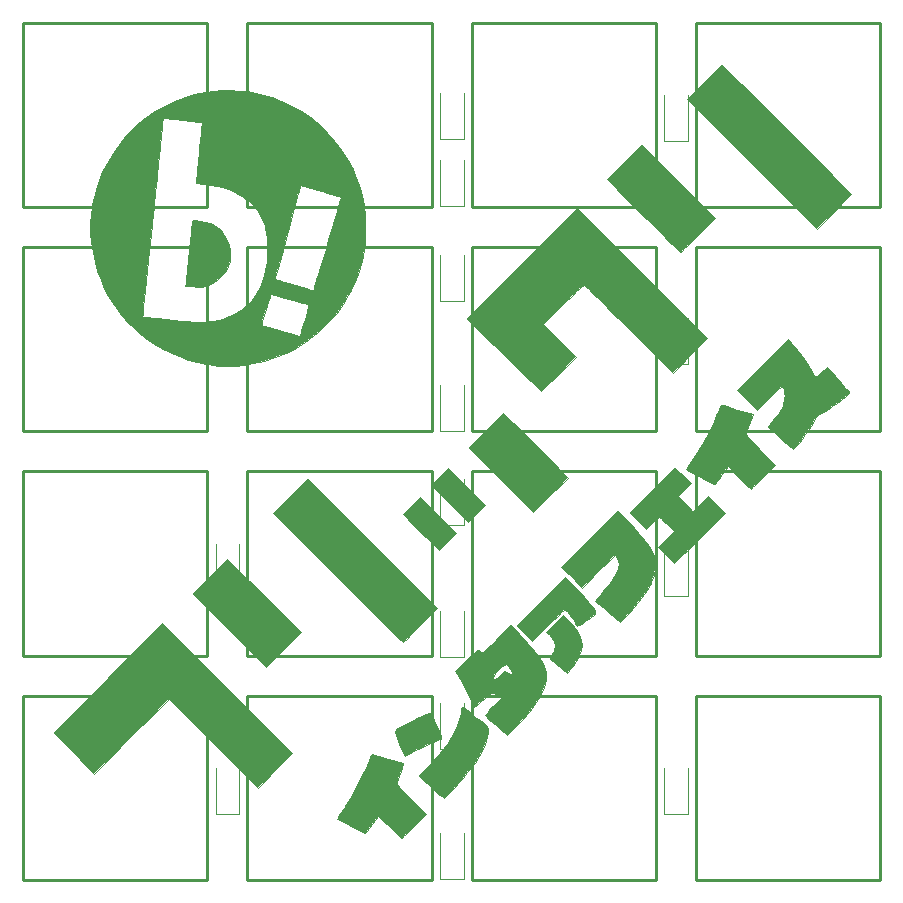
<source format=gbr>
G04 #@! TF.GenerationSoftware,KiCad,Pcbnew,(5.0.0)*
G04 #@! TF.CreationDate,2018-11-06T14:45:03+09:00*
G04 #@! TF.ProjectId,handheld_machine,68616E6468656C645F6D616368696E65,rev?*
G04 #@! TF.SameCoordinates,Original*
G04 #@! TF.FileFunction,Legend,Top*
G04 #@! TF.FilePolarity,Positive*
%FSLAX46Y46*%
G04 Gerber Fmt 4.6, Leading zero omitted, Abs format (unit mm)*
G04 Created by KiCad (PCBNEW (5.0.0)) date 11/06/18 14:45:03*
%MOMM*%
%LPD*%
G01*
G04 APERTURE LIST*
%ADD10C,0.120000*%
%ADD11C,0.254000*%
%ADD12C,0.010000*%
G04 APERTURE END LIST*
D10*
G04 #@! TO.C,D1*
X118000000Y-85750000D02*
X118000000Y-81850000D01*
X120000000Y-85750000D02*
X120000000Y-81850000D01*
X118000000Y-85750000D02*
X120000000Y-85750000D01*
G04 #@! TO.C,D2*
X137000000Y-85600000D02*
X137000000Y-81700000D01*
X139000000Y-85600000D02*
X139000000Y-81700000D01*
X137000000Y-85600000D02*
X139000000Y-85600000D01*
G04 #@! TO.C,D3*
X137000000Y-91250000D02*
X139000000Y-91250000D01*
X139000000Y-91250000D02*
X139000000Y-87350000D01*
X137000000Y-91250000D02*
X137000000Y-87350000D01*
G04 #@! TO.C,D4*
X156000000Y-85750000D02*
X156000000Y-81850000D01*
X158000000Y-85750000D02*
X158000000Y-81850000D01*
X156000000Y-85750000D02*
X158000000Y-85750000D01*
G04 #@! TO.C,D5*
X118000000Y-104750000D02*
X120000000Y-104750000D01*
X120000000Y-104750000D02*
X120000000Y-100850000D01*
X118000000Y-104750000D02*
X118000000Y-100850000D01*
G04 #@! TO.C,D6*
X137000000Y-99250000D02*
X137000000Y-95350000D01*
X139000000Y-99250000D02*
X139000000Y-95350000D01*
X137000000Y-99250000D02*
X139000000Y-99250000D01*
G04 #@! TO.C,D7*
X137000000Y-110250000D02*
X139000000Y-110250000D01*
X139000000Y-110250000D02*
X139000000Y-106350000D01*
X137000000Y-110250000D02*
X137000000Y-106350000D01*
G04 #@! TO.C,D8*
X156000000Y-104600000D02*
X156000000Y-100700000D01*
X158000000Y-104600000D02*
X158000000Y-100700000D01*
X156000000Y-104600000D02*
X158000000Y-104600000D01*
G04 #@! TO.C,D9*
X118000000Y-123750000D02*
X120000000Y-123750000D01*
X120000000Y-123750000D02*
X120000000Y-119850000D01*
X118000000Y-123750000D02*
X118000000Y-119850000D01*
G04 #@! TO.C,D10*
X137000000Y-118250000D02*
X137000000Y-114350000D01*
X139000000Y-118250000D02*
X139000000Y-114350000D01*
X137000000Y-118250000D02*
X139000000Y-118250000D01*
G04 #@! TO.C,D11*
X137000000Y-129400000D02*
X139000000Y-129400000D01*
X139000000Y-129400000D02*
X139000000Y-125500000D01*
X137000000Y-129400000D02*
X137000000Y-125500000D01*
G04 #@! TO.C,D12*
X156000000Y-124250000D02*
X158000000Y-124250000D01*
X158000000Y-124250000D02*
X158000000Y-120350000D01*
X156000000Y-124250000D02*
X156000000Y-120350000D01*
G04 #@! TO.C,D13*
X118000000Y-142750000D02*
X120000000Y-142750000D01*
X120000000Y-142750000D02*
X120000000Y-138850000D01*
X118000000Y-142750000D02*
X118000000Y-138850000D01*
G04 #@! TO.C,D14*
X137000000Y-137250000D02*
X139000000Y-137250000D01*
X139000000Y-137250000D02*
X139000000Y-133350000D01*
X137000000Y-137250000D02*
X137000000Y-133350000D01*
G04 #@! TO.C,D15*
X137000000Y-148250000D02*
X137000000Y-144350000D01*
X139000000Y-148250000D02*
X139000000Y-144350000D01*
X137000000Y-148250000D02*
X139000000Y-148250000D01*
G04 #@! TO.C,D16*
X156000000Y-142750000D02*
X156000000Y-138850000D01*
X158000000Y-142750000D02*
X158000000Y-138850000D01*
X156000000Y-142750000D02*
X158000000Y-142750000D01*
D11*
G04 #@! TO.C,SW1*
X117300000Y-91300000D02*
X101700000Y-91300000D01*
X117300000Y-75700000D02*
X117300000Y-91300000D01*
X101700000Y-75700000D02*
X117300000Y-75700000D01*
X101700000Y-91300000D02*
X101700000Y-75700000D01*
G04 #@! TO.C,SW2*
X120700000Y-91300000D02*
X120700000Y-75700000D01*
X120700000Y-75700000D02*
X136300000Y-75700000D01*
X136300000Y-75700000D02*
X136300000Y-91300000D01*
X136300000Y-91300000D02*
X120700000Y-91300000D01*
G04 #@! TO.C,SW3*
X155300000Y-91300000D02*
X139700000Y-91300000D01*
X155300000Y-75700000D02*
X155300000Y-91300000D01*
X139700000Y-75700000D02*
X155300000Y-75700000D01*
X139700000Y-91300000D02*
X139700000Y-75700000D01*
G04 #@! TO.C,SW4*
X174300000Y-91300000D02*
X158700000Y-91300000D01*
X174300000Y-75700000D02*
X174300000Y-91300000D01*
X158700000Y-75700000D02*
X174300000Y-75700000D01*
X158700000Y-91300000D02*
X158700000Y-75700000D01*
G04 #@! TO.C,SW5*
X101700000Y-110300000D02*
X101700000Y-94700000D01*
X101700000Y-94700000D02*
X117300000Y-94700000D01*
X117300000Y-94700000D02*
X117300000Y-110300000D01*
X117300000Y-110300000D02*
X101700000Y-110300000D01*
G04 #@! TO.C,SW6*
X120700000Y-110300000D02*
X120700000Y-94700000D01*
X120700000Y-94700000D02*
X136300000Y-94700000D01*
X136300000Y-94700000D02*
X136300000Y-110300000D01*
X136300000Y-110300000D02*
X120700000Y-110300000D01*
G04 #@! TO.C,SW7*
X155300000Y-110300000D02*
X139700000Y-110300000D01*
X155300000Y-94700000D02*
X155300000Y-110300000D01*
X139700000Y-94700000D02*
X155300000Y-94700000D01*
X139700000Y-110300000D02*
X139700000Y-94700000D01*
G04 #@! TO.C,SW8*
X174300000Y-110300000D02*
X158700000Y-110300000D01*
X174300000Y-94700000D02*
X174300000Y-110300000D01*
X158700000Y-94700000D02*
X174300000Y-94700000D01*
X158700000Y-110300000D02*
X158700000Y-94700000D01*
G04 #@! TO.C,SW9*
X101700000Y-129300000D02*
X101700000Y-113700000D01*
X101700000Y-113700000D02*
X117300000Y-113700000D01*
X117300000Y-113700000D02*
X117300000Y-129300000D01*
X117300000Y-129300000D02*
X101700000Y-129300000D01*
G04 #@! TO.C,SW10*
X120700000Y-129300000D02*
X120700000Y-113700000D01*
X120700000Y-113700000D02*
X136300000Y-113700000D01*
X136300000Y-113700000D02*
X136300000Y-129300000D01*
X136300000Y-129300000D02*
X120700000Y-129300000D01*
G04 #@! TO.C,SW11*
X155300000Y-129300000D02*
X139700000Y-129300000D01*
X155300000Y-113700000D02*
X155300000Y-129300000D01*
X139700000Y-113700000D02*
X155300000Y-113700000D01*
X139700000Y-129300000D02*
X139700000Y-113700000D01*
G04 #@! TO.C,SW12*
X158700000Y-129300000D02*
X158700000Y-113700000D01*
X158700000Y-113700000D02*
X174300000Y-113700000D01*
X174300000Y-113700000D02*
X174300000Y-129300000D01*
X174300000Y-129300000D02*
X158700000Y-129300000D01*
G04 #@! TO.C,SW13*
X117300000Y-148300000D02*
X101700000Y-148300000D01*
X117300000Y-132700000D02*
X117300000Y-148300000D01*
X101700000Y-132700000D02*
X117300000Y-132700000D01*
X101700000Y-148300000D02*
X101700000Y-132700000D01*
G04 #@! TO.C,SW14*
X120700000Y-148300000D02*
X120700000Y-132700000D01*
X120700000Y-132700000D02*
X136300000Y-132700000D01*
X136300000Y-132700000D02*
X136300000Y-148300000D01*
X136300000Y-148300000D02*
X120700000Y-148300000D01*
G04 #@! TO.C,SW15*
X155300000Y-148300000D02*
X139700000Y-148300000D01*
X155300000Y-132700000D02*
X155300000Y-148300000D01*
X139700000Y-132700000D02*
X155300000Y-132700000D01*
X139700000Y-148300000D02*
X139700000Y-132700000D01*
G04 #@! TO.C,SW16*
X158700000Y-148300000D02*
X158700000Y-132700000D01*
X158700000Y-132700000D02*
X174300000Y-132700000D01*
X174300000Y-132700000D02*
X174300000Y-148300000D01*
X174300000Y-148300000D02*
X158700000Y-148300000D01*
D12*
G04 #@! TO.C,G3*
G36*
X131443370Y-137680722D02*
X131730495Y-137770231D01*
X132127684Y-137891891D01*
X132594906Y-138033363D01*
X132668298Y-138055453D01*
X133907938Y-138428268D01*
X133682068Y-139092353D01*
X133553336Y-139455469D01*
X133434513Y-139764559D01*
X133352728Y-139949774D01*
X133330872Y-140034170D01*
X133361562Y-140142599D01*
X133461688Y-140296158D01*
X133648140Y-140515943D01*
X133937809Y-140823051D01*
X134347583Y-141238577D01*
X134533092Y-141424094D01*
X135816925Y-142705078D01*
X134801837Y-143723633D01*
X134438507Y-144084794D01*
X134125377Y-144389618D01*
X133888562Y-144613178D01*
X133754175Y-144730548D01*
X133734731Y-144742187D01*
X133649378Y-144675898D01*
X133451780Y-144494226D01*
X133169143Y-144222962D01*
X132828676Y-143887898D01*
X132735022Y-143794497D01*
X131787332Y-142846807D01*
X131256745Y-143596060D01*
X131015469Y-143923780D01*
X130810252Y-144178738D01*
X130671212Y-144324616D01*
X130635394Y-144345312D01*
X130530111Y-144301123D01*
X130291501Y-144182931D01*
X129960145Y-144012300D01*
X129576627Y-143810794D01*
X129181527Y-143599975D01*
X128815429Y-143401408D01*
X128518914Y-143236656D01*
X128332564Y-143127283D01*
X128295803Y-143102158D01*
X128335803Y-143015211D01*
X128466765Y-142794845D01*
X128669256Y-142472532D01*
X128923843Y-142079748D01*
X128976441Y-141999839D01*
X129451977Y-141239282D01*
X129918389Y-140420429D01*
X130346940Y-139598201D01*
X130708892Y-138827521D01*
X130957466Y-138213717D01*
X131106059Y-137858430D01*
X131232792Y-137664323D01*
X131306340Y-137635701D01*
X131443370Y-137680722D01*
X131443370Y-137680722D01*
G37*
X131443370Y-137680722D02*
X131730495Y-137770231D01*
X132127684Y-137891891D01*
X132594906Y-138033363D01*
X132668298Y-138055453D01*
X133907938Y-138428268D01*
X133682068Y-139092353D01*
X133553336Y-139455469D01*
X133434513Y-139764559D01*
X133352728Y-139949774D01*
X133330872Y-140034170D01*
X133361562Y-140142599D01*
X133461688Y-140296158D01*
X133648140Y-140515943D01*
X133937809Y-140823051D01*
X134347583Y-141238577D01*
X134533092Y-141424094D01*
X135816925Y-142705078D01*
X134801837Y-143723633D01*
X134438507Y-144084794D01*
X134125377Y-144389618D01*
X133888562Y-144613178D01*
X133754175Y-144730548D01*
X133734731Y-144742187D01*
X133649378Y-144675898D01*
X133451780Y-144494226D01*
X133169143Y-144222962D01*
X132828676Y-143887898D01*
X132735022Y-143794497D01*
X131787332Y-142846807D01*
X131256745Y-143596060D01*
X131015469Y-143923780D01*
X130810252Y-144178738D01*
X130671212Y-144324616D01*
X130635394Y-144345312D01*
X130530111Y-144301123D01*
X130291501Y-144182931D01*
X129960145Y-144012300D01*
X129576627Y-143810794D01*
X129181527Y-143599975D01*
X128815429Y-143401408D01*
X128518914Y-143236656D01*
X128332564Y-143127283D01*
X128295803Y-143102158D01*
X128335803Y-143015211D01*
X128466765Y-142794845D01*
X128669256Y-142472532D01*
X128923843Y-142079748D01*
X128976441Y-141999839D01*
X129451977Y-141239282D01*
X129918389Y-140420429D01*
X130346940Y-139598201D01*
X130708892Y-138827521D01*
X130957466Y-138213717D01*
X131106059Y-137858430D01*
X131232792Y-137664323D01*
X131306340Y-137635701D01*
X131443370Y-137680722D01*
G36*
X138975393Y-133695033D02*
X139197794Y-133855720D01*
X139513893Y-134094138D01*
X139892904Y-134387366D01*
X139984375Y-134459080D01*
X140407128Y-134794434D01*
X140698014Y-135038434D01*
X140882712Y-135220381D01*
X140986899Y-135369573D01*
X141036255Y-135515310D01*
X141056093Y-135681949D01*
X141017573Y-136177036D01*
X140847187Y-136768560D01*
X140559152Y-137418661D01*
X140167686Y-138089475D01*
X140131499Y-138144140D01*
X139932659Y-138419631D01*
X139653606Y-138776393D01*
X139317535Y-139187828D01*
X138947638Y-139627333D01*
X138567110Y-140068309D01*
X138199143Y-140484156D01*
X137866931Y-140848272D01*
X137593667Y-141134058D01*
X137402546Y-141314912D01*
X137322065Y-141366269D01*
X137218378Y-141302556D01*
X137021916Y-141141244D01*
X136858603Y-140994199D01*
X136588041Y-140745189D01*
X136238435Y-140427087D01*
X135878937Y-140102770D01*
X135827948Y-140057039D01*
X135194551Y-139489469D01*
X136240570Y-138397864D01*
X137028688Y-137527630D01*
X137653530Y-136726597D01*
X138128054Y-135972760D01*
X138465218Y-135244112D01*
X138677981Y-134518649D01*
X138741715Y-134150586D01*
X138792178Y-133861361D01*
X138846381Y-133674584D01*
X138877475Y-133634996D01*
X138975393Y-133695033D01*
X138975393Y-133695033D01*
G37*
X138975393Y-133695033D02*
X139197794Y-133855720D01*
X139513893Y-134094138D01*
X139892904Y-134387366D01*
X139984375Y-134459080D01*
X140407128Y-134794434D01*
X140698014Y-135038434D01*
X140882712Y-135220381D01*
X140986899Y-135369573D01*
X141036255Y-135515310D01*
X141056093Y-135681949D01*
X141017573Y-136177036D01*
X140847187Y-136768560D01*
X140559152Y-137418661D01*
X140167686Y-138089475D01*
X140131499Y-138144140D01*
X139932659Y-138419631D01*
X139653606Y-138776393D01*
X139317535Y-139187828D01*
X138947638Y-139627333D01*
X138567110Y-140068309D01*
X138199143Y-140484156D01*
X137866931Y-140848272D01*
X137593667Y-141134058D01*
X137402546Y-141314912D01*
X137322065Y-141366269D01*
X137218378Y-141302556D01*
X137021916Y-141141244D01*
X136858603Y-140994199D01*
X136588041Y-140745189D01*
X136238435Y-140427087D01*
X135878937Y-140102770D01*
X135827948Y-140057039D01*
X135194551Y-139489469D01*
X136240570Y-138397864D01*
X137028688Y-137527630D01*
X137653530Y-136726597D01*
X138128054Y-135972760D01*
X138465218Y-135244112D01*
X138677981Y-134518649D01*
X138741715Y-134150586D01*
X138792178Y-133861361D01*
X138846381Y-133674584D01*
X138877475Y-133634996D01*
X138975393Y-133695033D01*
G36*
X124507381Y-137550181D02*
X123042494Y-139012625D01*
X121577607Y-140475070D01*
X117808666Y-136705150D01*
X114039726Y-132935230D01*
X110863385Y-136110443D01*
X107687045Y-139285656D01*
X105984908Y-137573882D01*
X104282771Y-135862109D01*
X108888504Y-131199574D01*
X113494238Y-126537038D01*
X124507381Y-137550181D01*
X124507381Y-137550181D01*
G37*
X124507381Y-137550181D02*
X123042494Y-139012625D01*
X121577607Y-140475070D01*
X117808666Y-136705150D01*
X114039726Y-132935230D01*
X110863385Y-136110443D01*
X107687045Y-139285656D01*
X105984908Y-137573882D01*
X104282771Y-135862109D01*
X108888504Y-131199574D01*
X113494238Y-126537038D01*
X124507381Y-137550181D01*
G36*
X136229297Y-134210851D02*
X136352661Y-134437058D01*
X136507389Y-134760897D01*
X136674981Y-135138863D01*
X136836937Y-135527453D01*
X136974758Y-135883160D01*
X137069944Y-136162481D01*
X137103996Y-136321910D01*
X137097952Y-136341410D01*
X136989382Y-136390250D01*
X136754316Y-136482047D01*
X136561328Y-136553783D01*
X136261735Y-136676408D01*
X135849155Y-136862716D01*
X135386145Y-137083859D01*
X135073047Y-137240109D01*
X134670238Y-137445054D01*
X134334420Y-137615661D01*
X134103920Y-137732475D01*
X134019001Y-137775148D01*
X133960136Y-137700981D01*
X133846425Y-137476969D01*
X133694561Y-137138358D01*
X133531158Y-136745129D01*
X133349849Y-136289282D01*
X133236733Y-135981541D01*
X133184833Y-135786365D01*
X133187172Y-135668212D01*
X133236774Y-135591539D01*
X133295361Y-135543903D01*
X133469431Y-135436051D01*
X133769402Y-135271286D01*
X134156785Y-135068687D01*
X134593095Y-134847334D01*
X135039845Y-134626310D01*
X135458549Y-134424693D01*
X135810719Y-134261564D01*
X136057870Y-134156005D01*
X136155795Y-134125781D01*
X136229297Y-134210851D01*
X136229297Y-134210851D01*
G37*
X136229297Y-134210851D02*
X136352661Y-134437058D01*
X136507389Y-134760897D01*
X136674981Y-135138863D01*
X136836937Y-135527453D01*
X136974758Y-135883160D01*
X137069944Y-136162481D01*
X137103996Y-136321910D01*
X137097952Y-136341410D01*
X136989382Y-136390250D01*
X136754316Y-136482047D01*
X136561328Y-136553783D01*
X136261735Y-136676408D01*
X135849155Y-136862716D01*
X135386145Y-137083859D01*
X135073047Y-137240109D01*
X134670238Y-137445054D01*
X134334420Y-137615661D01*
X134103920Y-137732475D01*
X134019001Y-137775148D01*
X133960136Y-137700981D01*
X133846425Y-137476969D01*
X133694561Y-137138358D01*
X133531158Y-136745129D01*
X133349849Y-136289282D01*
X133236733Y-135981541D01*
X133184833Y-135786365D01*
X133187172Y-135668212D01*
X133236774Y-135591539D01*
X133295361Y-135543903D01*
X133469431Y-135436051D01*
X133769402Y-135271286D01*
X134156785Y-135068687D01*
X134593095Y-134847334D01*
X135039845Y-134626310D01*
X135458549Y-134424693D01*
X135810719Y-134261564D01*
X136057870Y-134156005D01*
X136155795Y-134125781D01*
X136229297Y-134210851D01*
G36*
X143925342Y-127726172D02*
X144612920Y-128471893D01*
X145150762Y-129119486D01*
X145549474Y-129687733D01*
X145819662Y-130195416D01*
X145971931Y-130661316D01*
X146016887Y-131104216D01*
X145993563Y-131388817D01*
X145844583Y-131949630D01*
X145553437Y-132571410D01*
X145113800Y-133263708D01*
X144519350Y-134036073D01*
X143763761Y-134898057D01*
X143442821Y-135240844D01*
X142712891Y-136008641D01*
X141770313Y-135213003D01*
X141408377Y-134903536D01*
X141106509Y-134637938D01*
X140894814Y-134443236D01*
X140803401Y-134346458D01*
X140802263Y-134343988D01*
X140857371Y-134247499D01*
X141026314Y-134046829D01*
X141279853Y-133775302D01*
X141471990Y-133580739D01*
X141766986Y-133281700D01*
X141999856Y-133033642D01*
X142140108Y-132869732D01*
X142167188Y-132824567D01*
X142083886Y-132751262D01*
X141873696Y-132643551D01*
X141757915Y-132594506D01*
X141483513Y-132499475D01*
X141314626Y-132492489D01*
X141187407Y-132564312D01*
X141036795Y-132690438D01*
X140784288Y-132903215D01*
X140479337Y-133160956D01*
X140416914Y-133213802D01*
X139807656Y-133729726D01*
X139739476Y-133458076D01*
X139626999Y-133126084D01*
X139437703Y-132683929D01*
X139199884Y-132189754D01*
X138941838Y-131701706D01*
X138691859Y-131277931D01*
X138638576Y-131195812D01*
X138599719Y-131137270D01*
X141505204Y-131137270D01*
X141505514Y-131190952D01*
X141576986Y-131313654D01*
X141679953Y-131322105D01*
X141849642Y-131204266D01*
X142070517Y-130997902D01*
X142428698Y-130648148D01*
X142802232Y-130804220D01*
X143037981Y-130898065D01*
X143132871Y-130905269D01*
X143129116Y-130815759D01*
X143103661Y-130732295D01*
X142964990Y-130415423D01*
X142784357Y-130154839D01*
X142621020Y-130024752D01*
X142481275Y-130063848D01*
X142267149Y-130219906D01*
X142020561Y-130449101D01*
X141783428Y-130707609D01*
X141597669Y-130951607D01*
X141505204Y-131137270D01*
X138599719Y-131137270D01*
X138266775Y-130635669D01*
X139220179Y-129682265D01*
X139602535Y-129301581D01*
X139871484Y-129043713D01*
X140053777Y-128891009D01*
X140176167Y-128825812D01*
X140265409Y-128830469D01*
X140348253Y-128887324D01*
X140380776Y-128916367D01*
X140459904Y-128981101D01*
X140538437Y-129006563D01*
X140639551Y-128976257D01*
X140786424Y-128873687D01*
X141002235Y-128682358D01*
X141310160Y-128385775D01*
X141733379Y-127967441D01*
X141782277Y-127918929D01*
X142976586Y-126733984D01*
X143925342Y-127726172D01*
X143925342Y-127726172D01*
G37*
X143925342Y-127726172D02*
X144612920Y-128471893D01*
X145150762Y-129119486D01*
X145549474Y-129687733D01*
X145819662Y-130195416D01*
X145971931Y-130661316D01*
X146016887Y-131104216D01*
X145993563Y-131388817D01*
X145844583Y-131949630D01*
X145553437Y-132571410D01*
X145113800Y-133263708D01*
X144519350Y-134036073D01*
X143763761Y-134898057D01*
X143442821Y-135240844D01*
X142712891Y-136008641D01*
X141770313Y-135213003D01*
X141408377Y-134903536D01*
X141106509Y-134637938D01*
X140894814Y-134443236D01*
X140803401Y-134346458D01*
X140802263Y-134343988D01*
X140857371Y-134247499D01*
X141026314Y-134046829D01*
X141279853Y-133775302D01*
X141471990Y-133580739D01*
X141766986Y-133281700D01*
X141999856Y-133033642D01*
X142140108Y-132869732D01*
X142167188Y-132824567D01*
X142083886Y-132751262D01*
X141873696Y-132643551D01*
X141757915Y-132594506D01*
X141483513Y-132499475D01*
X141314626Y-132492489D01*
X141187407Y-132564312D01*
X141036795Y-132690438D01*
X140784288Y-132903215D01*
X140479337Y-133160956D01*
X140416914Y-133213802D01*
X139807656Y-133729726D01*
X139739476Y-133458076D01*
X139626999Y-133126084D01*
X139437703Y-132683929D01*
X139199884Y-132189754D01*
X138941838Y-131701706D01*
X138691859Y-131277931D01*
X138638576Y-131195812D01*
X138599719Y-131137270D01*
X141505204Y-131137270D01*
X141505514Y-131190952D01*
X141576986Y-131313654D01*
X141679953Y-131322105D01*
X141849642Y-131204266D01*
X142070517Y-130997902D01*
X142428698Y-130648148D01*
X142802232Y-130804220D01*
X143037981Y-130898065D01*
X143132871Y-130905269D01*
X143129116Y-130815759D01*
X143103661Y-130732295D01*
X142964990Y-130415423D01*
X142784357Y-130154839D01*
X142621020Y-130024752D01*
X142481275Y-130063848D01*
X142267149Y-130219906D01*
X142020561Y-130449101D01*
X141783428Y-130707609D01*
X141597669Y-130951607D01*
X141505204Y-131137270D01*
X138599719Y-131137270D01*
X138266775Y-130635669D01*
X139220179Y-129682265D01*
X139602535Y-129301581D01*
X139871484Y-129043713D01*
X140053777Y-128891009D01*
X140176167Y-128825812D01*
X140265409Y-128830469D01*
X140348253Y-128887324D01*
X140380776Y-128916367D01*
X140459904Y-128981101D01*
X140538437Y-129006563D01*
X140639551Y-128976257D01*
X140786424Y-128873687D01*
X141002235Y-128682358D01*
X141310160Y-128385775D01*
X141733379Y-127967441D01*
X141782277Y-127918929D01*
X142976586Y-126733984D01*
X143925342Y-127726172D01*
G36*
X147990617Y-126430498D02*
X148514619Y-127074112D01*
X148846627Y-127688016D01*
X148989260Y-128281282D01*
X148945136Y-128862981D01*
X148807539Y-129261541D01*
X148668135Y-129523555D01*
X148471683Y-129837793D01*
X148249535Y-130160766D01*
X148033045Y-130448985D01*
X147853564Y-130658962D01*
X147742443Y-130747207D01*
X147736176Y-130747653D01*
X147637953Y-130685730D01*
X147425438Y-130523281D01*
X147135139Y-130288763D01*
X146952630Y-130136918D01*
X146619726Y-129853293D01*
X146418010Y-129663312D01*
X146325122Y-129534921D01*
X146318703Y-129436064D01*
X146376391Y-129334688D01*
X146384916Y-129323054D01*
X146660139Y-128871499D01*
X146758162Y-128477140D01*
X146677386Y-128104749D01*
X146416210Y-127719095D01*
X146306618Y-127599870D01*
X145993376Y-127275131D01*
X147437336Y-125841015D01*
X147990617Y-126430498D01*
X147990617Y-126430498D01*
G37*
X147990617Y-126430498D02*
X148514619Y-127074112D01*
X148846627Y-127688016D01*
X148989260Y-128281282D01*
X148945136Y-128862981D01*
X148807539Y-129261541D01*
X148668135Y-129523555D01*
X148471683Y-129837793D01*
X148249535Y-130160766D01*
X148033045Y-130448985D01*
X147853564Y-130658962D01*
X147742443Y-130747207D01*
X147736176Y-130747653D01*
X147637953Y-130685730D01*
X147425438Y-130523281D01*
X147135139Y-130288763D01*
X146952630Y-130136918D01*
X146619726Y-129853293D01*
X146418010Y-129663312D01*
X146325122Y-129534921D01*
X146318703Y-129436064D01*
X146376391Y-129334688D01*
X146384916Y-129323054D01*
X146660139Y-128871499D01*
X146758162Y-128477140D01*
X146677386Y-128104749D01*
X146416210Y-127719095D01*
X146306618Y-127599870D01*
X145993376Y-127275131D01*
X147437336Y-125841015D01*
X147990617Y-126430498D01*
G36*
X125201441Y-127331119D02*
X123736739Y-128793379D01*
X122272037Y-130255640D01*
X119172017Y-127154447D01*
X116071997Y-124053255D01*
X119001401Y-121128735D01*
X125201441Y-127331119D01*
X125201441Y-127331119D01*
G37*
X125201441Y-127331119D02*
X123736739Y-128793379D01*
X122272037Y-130255640D01*
X119172017Y-127154447D01*
X116071997Y-124053255D01*
X119001401Y-121128735D01*
X125201441Y-127331119D01*
G36*
X136758369Y-125294140D02*
X135321679Y-126733398D01*
X134886861Y-127166604D01*
X134499896Y-127547587D01*
X134182381Y-127855459D01*
X133955911Y-128069330D01*
X133842081Y-128168310D01*
X133833758Y-128172656D01*
X133757218Y-128104198D01*
X133551284Y-127905937D01*
X133226722Y-127588539D01*
X132794299Y-127162674D01*
X132264782Y-126639009D01*
X131648937Y-126028212D01*
X130957532Y-125340950D01*
X130201333Y-124587893D01*
X129391107Y-123779707D01*
X128537621Y-122927061D01*
X128326213Y-122715666D01*
X122869900Y-117258676D01*
X124333151Y-115795424D01*
X125796402Y-114332173D01*
X136758369Y-125294140D01*
X136758369Y-125294140D01*
G37*
X136758369Y-125294140D02*
X135321679Y-126733398D01*
X134886861Y-127166604D01*
X134499896Y-127547587D01*
X134182381Y-127855459D01*
X133955911Y-128069330D01*
X133842081Y-128168310D01*
X133833758Y-128172656D01*
X133757218Y-128104198D01*
X133551284Y-127905937D01*
X133226722Y-127588539D01*
X132794299Y-127162674D01*
X132264782Y-126639009D01*
X131648937Y-126028212D01*
X130957532Y-125340950D01*
X130201333Y-124587893D01*
X129391107Y-123779707D01*
X128537621Y-122927061D01*
X128326213Y-122715666D01*
X122869900Y-117258676D01*
X124333151Y-115795424D01*
X125796402Y-114332173D01*
X136758369Y-125294140D01*
G36*
X148519800Y-123560170D02*
X148935444Y-123993870D01*
X149320130Y-124433285D01*
X149654531Y-124852014D01*
X149919317Y-125223656D01*
X150095160Y-125521811D01*
X150162732Y-125720077D01*
X150144377Y-125779180D01*
X150025312Y-125869307D01*
X149788706Y-126039969D01*
X149479998Y-126258493D01*
X149392377Y-126319924D01*
X148989508Y-126590119D01*
X148720984Y-126739835D01*
X148569453Y-126776520D01*
X148517565Y-126707624D01*
X148517188Y-126695681D01*
X148462838Y-126554398D01*
X148323275Y-126317446D01*
X148133733Y-126034402D01*
X147929443Y-125754840D01*
X147745637Y-125528336D01*
X147617547Y-125404464D01*
X147592489Y-125394531D01*
X147489511Y-125461663D01*
X147271099Y-125648547D01*
X146960922Y-125933415D01*
X146582650Y-126294501D01*
X146159950Y-126710037D01*
X146135142Y-126734778D01*
X144792326Y-128075025D01*
X144151072Y-127428020D01*
X143509817Y-126781015D01*
X147622445Y-122668387D01*
X148519800Y-123560170D01*
X148519800Y-123560170D01*
G37*
X148519800Y-123560170D02*
X148935444Y-123993870D01*
X149320130Y-124433285D01*
X149654531Y-124852014D01*
X149919317Y-125223656D01*
X150095160Y-125521811D01*
X150162732Y-125720077D01*
X150144377Y-125779180D01*
X150025312Y-125869307D01*
X149788706Y-126039969D01*
X149479998Y-126258493D01*
X149392377Y-126319924D01*
X148989508Y-126590119D01*
X148720984Y-126739835D01*
X148569453Y-126776520D01*
X148517565Y-126707624D01*
X148517188Y-126695681D01*
X148462838Y-126554398D01*
X148323275Y-126317446D01*
X148133733Y-126034402D01*
X147929443Y-125754840D01*
X147745637Y-125528336D01*
X147617547Y-125404464D01*
X147592489Y-125394531D01*
X147489511Y-125461663D01*
X147271099Y-125648547D01*
X146960922Y-125933415D01*
X146582650Y-126294501D01*
X146159950Y-126710037D01*
X146135142Y-126734778D01*
X144792326Y-128075025D01*
X144151072Y-127428020D01*
X143509817Y-126781015D01*
X147622445Y-122668387D01*
X148519800Y-123560170D01*
G36*
X153158044Y-118196785D02*
X153876060Y-118965349D01*
X154435380Y-119646533D01*
X154843218Y-120261822D01*
X155106786Y-120832701D01*
X155233297Y-121380656D01*
X155229965Y-121927173D01*
X155104003Y-122493735D01*
X154862623Y-123101830D01*
X154828772Y-123173349D01*
X154502281Y-123747481D01*
X154032289Y-124416818D01*
X153435395Y-125159324D01*
X152765268Y-125913108D01*
X152237891Y-126481294D01*
X151245703Y-125634495D01*
X150868309Y-125311506D01*
X150542676Y-125031139D01*
X150300181Y-124820530D01*
X150172200Y-124706813D01*
X150164172Y-124699152D01*
X150190136Y-124592240D01*
X150340974Y-124371819D01*
X150598605Y-124062011D01*
X150840758Y-123796421D01*
X151437342Y-123113401D01*
X151859744Y-122515834D01*
X152110204Y-121998327D01*
X152190959Y-121555486D01*
X152104249Y-121181916D01*
X151995247Y-121015093D01*
X151802212Y-120780859D01*
X150407436Y-122168902D01*
X149012660Y-123556946D01*
X148145549Y-122689834D01*
X147278437Y-121822723D01*
X152039453Y-117050713D01*
X153158044Y-118196785D01*
X153158044Y-118196785D01*
G37*
X153158044Y-118196785D02*
X153876060Y-118965349D01*
X154435380Y-119646533D01*
X154843218Y-120261822D01*
X155106786Y-120832701D01*
X155233297Y-121380656D01*
X155229965Y-121927173D01*
X155104003Y-122493735D01*
X154862623Y-123101830D01*
X154828772Y-123173349D01*
X154502281Y-123747481D01*
X154032289Y-124416818D01*
X153435395Y-125159324D01*
X152765268Y-125913108D01*
X152237891Y-126481294D01*
X151245703Y-125634495D01*
X150868309Y-125311506D01*
X150542676Y-125031139D01*
X150300181Y-124820530D01*
X150172200Y-124706813D01*
X150164172Y-124699152D01*
X150190136Y-124592240D01*
X150340974Y-124371819D01*
X150598605Y-124062011D01*
X150840758Y-123796421D01*
X151437342Y-123113401D01*
X151859744Y-122515834D01*
X152110204Y-121998327D01*
X152190959Y-121555486D01*
X152104249Y-121181916D01*
X151995247Y-121015093D01*
X151802212Y-120780859D01*
X150407436Y-122168902D01*
X149012660Y-123556946D01*
X148145549Y-122689834D01*
X147278437Y-121822723D01*
X152039453Y-117050713D01*
X153158044Y-118196785D01*
G36*
X158240409Y-114722979D02*
X157694820Y-115274322D01*
X157149230Y-115825665D01*
X157794146Y-116464849D01*
X158439063Y-117104033D01*
X159729113Y-115825449D01*
X160424452Y-116515459D01*
X161119790Y-117205469D01*
X159011347Y-119315625D01*
X158481305Y-119844396D01*
X157996603Y-120324676D01*
X157574871Y-120739255D01*
X157233736Y-121070925D01*
X156990829Y-121302475D01*
X156863777Y-121416697D01*
X156849767Y-121425781D01*
X156761491Y-121359889D01*
X156567858Y-121182840D01*
X156302024Y-120925578D01*
X156130348Y-120754353D01*
X155464066Y-120082925D01*
X156130991Y-119415999D01*
X156797917Y-118749073D01*
X156207729Y-118152662D01*
X155926195Y-117880083D01*
X155689757Y-117672919D01*
X155537460Y-117564613D01*
X155511486Y-117556250D01*
X155393522Y-117622467D01*
X155184173Y-117796458D01*
X154927774Y-118041229D01*
X154916184Y-118052966D01*
X154426937Y-118549682D01*
X153753226Y-117881132D01*
X153079514Y-117212583D01*
X154988624Y-115301588D01*
X156897735Y-113390593D01*
X158240409Y-114722979D01*
X158240409Y-114722979D01*
G37*
X158240409Y-114722979D02*
X157694820Y-115274322D01*
X157149230Y-115825665D01*
X157794146Y-116464849D01*
X158439063Y-117104033D01*
X159729113Y-115825449D01*
X160424452Y-116515459D01*
X161119790Y-117205469D01*
X159011347Y-119315625D01*
X158481305Y-119844396D01*
X157996603Y-120324676D01*
X157574871Y-120739255D01*
X157233736Y-121070925D01*
X156990829Y-121302475D01*
X156863777Y-121416697D01*
X156849767Y-121425781D01*
X156761491Y-121359889D01*
X156567858Y-121182840D01*
X156302024Y-120925578D01*
X156130348Y-120754353D01*
X155464066Y-120082925D01*
X156130991Y-119415999D01*
X156797917Y-118749073D01*
X156207729Y-118152662D01*
X155926195Y-117880083D01*
X155689757Y-117672919D01*
X155537460Y-117564613D01*
X155511486Y-117556250D01*
X155393522Y-117622467D01*
X155184173Y-117796458D01*
X154927774Y-118041229D01*
X154916184Y-118052966D01*
X154426937Y-118549682D01*
X153753226Y-117881132D01*
X153079514Y-117212583D01*
X154988624Y-115301588D01*
X156897735Y-113390593D01*
X158240409Y-114722979D01*
G36*
X138343400Y-118943845D02*
X137653463Y-119639110D01*
X137355912Y-119933846D01*
X137111265Y-120166615D01*
X136952022Y-120307022D01*
X136910054Y-120334375D01*
X136827356Y-120267279D01*
X136626049Y-120079561D01*
X136327177Y-119791579D01*
X135951783Y-119423689D01*
X135520911Y-118996248D01*
X135344037Y-118819463D01*
X133831490Y-117304551D01*
X135275014Y-115870661D01*
X138343400Y-118943845D01*
X138343400Y-118943845D01*
G37*
X138343400Y-118943845D02*
X137653463Y-119639110D01*
X137355912Y-119933846D01*
X137111265Y-120166615D01*
X136952022Y-120307022D01*
X136910054Y-120334375D01*
X136827356Y-120267279D01*
X136626049Y-120079561D01*
X136327177Y-119791579D01*
X135951783Y-119423689D01*
X135520911Y-118996248D01*
X135344037Y-118819463D01*
X133831490Y-117304551D01*
X135275014Y-115870661D01*
X138343400Y-118943845D01*
G36*
X140780222Y-116517337D02*
X139335924Y-117951995D01*
X137800826Y-116414497D01*
X136265728Y-114876998D01*
X136984267Y-114158459D01*
X137702806Y-113439921D01*
X140780222Y-116517337D01*
X140780222Y-116517337D01*
G37*
X140780222Y-116517337D02*
X139335924Y-117951995D01*
X137800826Y-116414497D01*
X136265728Y-114876998D01*
X136984267Y-114158459D01*
X137702806Y-113439921D01*
X140780222Y-116517337D01*
G36*
X145094748Y-111504960D02*
X147823674Y-114233887D01*
X146358750Y-115696368D01*
X144893826Y-117158850D01*
X142166798Y-114430469D01*
X139439769Y-111702087D01*
X140902796Y-110239061D01*
X142365822Y-108776034D01*
X145094748Y-111504960D01*
X145094748Y-111504960D01*
G37*
X145094748Y-111504960D02*
X147823674Y-114233887D01*
X146358750Y-115696368D01*
X144893826Y-117158850D01*
X142166798Y-114430469D01*
X139439769Y-111702087D01*
X140902796Y-110239061D01*
X142365822Y-108776034D01*
X145094748Y-111504960D01*
G36*
X161024453Y-108118435D02*
X161315332Y-108208215D01*
X161715230Y-108329198D01*
X162183469Y-108468987D01*
X162246683Y-108487730D01*
X163478033Y-108852532D01*
X163250709Y-109520891D01*
X163121683Y-109884971D01*
X163002622Y-110195006D01*
X162919916Y-110382587D01*
X162898059Y-110466982D01*
X162928749Y-110575411D01*
X163028876Y-110728970D01*
X163215328Y-110948756D01*
X163504996Y-111255863D01*
X163914770Y-111671390D01*
X164100279Y-111856906D01*
X165384113Y-113137890D01*
X164369025Y-114156445D01*
X164005695Y-114517607D01*
X163692565Y-114822430D01*
X163455749Y-115045990D01*
X163321362Y-115163360D01*
X163301918Y-115175000D01*
X163216540Y-115108717D01*
X163018974Y-114927096D01*
X162736485Y-114655976D01*
X162396335Y-114321196D01*
X162305661Y-114230761D01*
X161361422Y-113286522D01*
X160828046Y-114032323D01*
X160586481Y-114358550D01*
X160382840Y-114612339D01*
X160246929Y-114757536D01*
X160213220Y-114778125D01*
X160109680Y-114734024D01*
X159872430Y-114615998D01*
X159541795Y-114445466D01*
X159158098Y-114243844D01*
X158761663Y-114032549D01*
X158392813Y-113833000D01*
X158091872Y-113666612D01*
X157899163Y-113554804D01*
X157856225Y-113526243D01*
X157888712Y-113437042D01*
X158010818Y-113235706D01*
X158157281Y-113021199D01*
X158704584Y-112202661D01*
X159241992Y-111308675D01*
X159739910Y-110393897D01*
X160168744Y-109512983D01*
X160498899Y-108720591D01*
X160525995Y-108646530D01*
X160680762Y-108273135D01*
X160808322Y-108090125D01*
X160883271Y-108072252D01*
X161024453Y-108118435D01*
X161024453Y-108118435D01*
G37*
X161024453Y-108118435D02*
X161315332Y-108208215D01*
X161715230Y-108329198D01*
X162183469Y-108468987D01*
X162246683Y-108487730D01*
X163478033Y-108852532D01*
X163250709Y-109520891D01*
X163121683Y-109884971D01*
X163002622Y-110195006D01*
X162919916Y-110382587D01*
X162898059Y-110466982D01*
X162928749Y-110575411D01*
X163028876Y-110728970D01*
X163215328Y-110948756D01*
X163504996Y-111255863D01*
X163914770Y-111671390D01*
X164100279Y-111856906D01*
X165384113Y-113137890D01*
X164369025Y-114156445D01*
X164005695Y-114517607D01*
X163692565Y-114822430D01*
X163455749Y-115045990D01*
X163321362Y-115163360D01*
X163301918Y-115175000D01*
X163216540Y-115108717D01*
X163018974Y-114927096D01*
X162736485Y-114655976D01*
X162396335Y-114321196D01*
X162305661Y-114230761D01*
X161361422Y-113286522D01*
X160828046Y-114032323D01*
X160586481Y-114358550D01*
X160382840Y-114612339D01*
X160246929Y-114757536D01*
X160213220Y-114778125D01*
X160109680Y-114734024D01*
X159872430Y-114615998D01*
X159541795Y-114445466D01*
X159158098Y-114243844D01*
X158761663Y-114032549D01*
X158392813Y-113833000D01*
X158091872Y-113666612D01*
X157899163Y-113554804D01*
X157856225Y-113526243D01*
X157888712Y-113437042D01*
X158010818Y-113235706D01*
X158157281Y-113021199D01*
X158704584Y-112202661D01*
X159241992Y-111308675D01*
X159739910Y-110393897D01*
X160168744Y-109512983D01*
X160498899Y-108720591D01*
X160525995Y-108646530D01*
X160680762Y-108273135D01*
X160808322Y-108090125D01*
X160883271Y-108072252D01*
X161024453Y-108118435D01*
G36*
X166888438Y-102971094D02*
X167437850Y-103625768D01*
X167932541Y-104294672D01*
X168332270Y-104921640D01*
X168477169Y-105188379D01*
X168616040Y-105465942D01*
X168720163Y-105627537D01*
X168828746Y-105671413D01*
X168980995Y-105595822D01*
X169216119Y-105399015D01*
X169501953Y-105142663D01*
X169799610Y-104877233D01*
X170717383Y-105900381D01*
X171050555Y-106278030D01*
X171329732Y-106606340D01*
X171530689Y-106855905D01*
X171629201Y-106997325D01*
X171635157Y-107014299D01*
X171556285Y-107139797D01*
X171341563Y-107345032D01*
X171023833Y-107605240D01*
X170635933Y-107895653D01*
X170210704Y-108191505D01*
X169780987Y-108468031D01*
X169450796Y-108661609D01*
X169099383Y-108876218D01*
X168862894Y-109088925D01*
X168671937Y-109371359D01*
X168563680Y-109577378D01*
X168411085Y-109843542D01*
X168189070Y-110183152D01*
X167924106Y-110561057D01*
X167642665Y-110942108D01*
X167371220Y-111291155D01*
X167136241Y-111573048D01*
X166964201Y-111752639D01*
X166890476Y-111799081D01*
X166785987Y-111735472D01*
X166588663Y-111574397D01*
X166424239Y-111427011D01*
X166153132Y-111176723D01*
X165804679Y-110856324D01*
X165448118Y-110529464D01*
X165400465Y-110485871D01*
X164775499Y-109914320D01*
X165231425Y-109394465D01*
X165725955Y-108745541D01*
X166036541Y-108131015D01*
X166170975Y-107534144D01*
X166178125Y-107360324D01*
X166158085Y-107016678D01*
X166106935Y-106728470D01*
X166068564Y-106622862D01*
X166017524Y-106553249D01*
X165947134Y-106538356D01*
X165834649Y-106594741D01*
X165657329Y-106738962D01*
X165392431Y-106987576D01*
X165017212Y-107357141D01*
X164900837Y-107473030D01*
X163842672Y-108527914D01*
X162162246Y-106838714D01*
X164325346Y-104681662D01*
X166488446Y-102524609D01*
X166888438Y-102971094D01*
X166888438Y-102971094D01*
G37*
X166888438Y-102971094D02*
X167437850Y-103625768D01*
X167932541Y-104294672D01*
X168332270Y-104921640D01*
X168477169Y-105188379D01*
X168616040Y-105465942D01*
X168720163Y-105627537D01*
X168828746Y-105671413D01*
X168980995Y-105595822D01*
X169216119Y-105399015D01*
X169501953Y-105142663D01*
X169799610Y-104877233D01*
X170717383Y-105900381D01*
X171050555Y-106278030D01*
X171329732Y-106606340D01*
X171530689Y-106855905D01*
X171629201Y-106997325D01*
X171635157Y-107014299D01*
X171556285Y-107139797D01*
X171341563Y-107345032D01*
X171023833Y-107605240D01*
X170635933Y-107895653D01*
X170210704Y-108191505D01*
X169780987Y-108468031D01*
X169450796Y-108661609D01*
X169099383Y-108876218D01*
X168862894Y-109088925D01*
X168671937Y-109371359D01*
X168563680Y-109577378D01*
X168411085Y-109843542D01*
X168189070Y-110183152D01*
X167924106Y-110561057D01*
X167642665Y-110942108D01*
X167371220Y-111291155D01*
X167136241Y-111573048D01*
X166964201Y-111752639D01*
X166890476Y-111799081D01*
X166785987Y-111735472D01*
X166588663Y-111574397D01*
X166424239Y-111427011D01*
X166153132Y-111176723D01*
X165804679Y-110856324D01*
X165448118Y-110529464D01*
X165400465Y-110485871D01*
X164775499Y-109914320D01*
X165231425Y-109394465D01*
X165725955Y-108745541D01*
X166036541Y-108131015D01*
X166170975Y-107534144D01*
X166178125Y-107360324D01*
X166158085Y-107016678D01*
X166106935Y-106728470D01*
X166068564Y-106622862D01*
X166017524Y-106553249D01*
X165947134Y-106538356D01*
X165834649Y-106594741D01*
X165657329Y-106738962D01*
X165392431Y-106987576D01*
X165017212Y-107357141D01*
X164900837Y-107473030D01*
X163842672Y-108527914D01*
X162162246Y-106838714D01*
X164325346Y-104681662D01*
X166488446Y-102524609D01*
X166888438Y-102971094D01*
G36*
X154131450Y-96927152D02*
X159628822Y-102423855D01*
X158166641Y-103888478D01*
X156704459Y-105353101D01*
X152982411Y-101632019D01*
X152271628Y-100923211D01*
X151601723Y-100258622D01*
X150985991Y-99651205D01*
X150437727Y-99113910D01*
X149970225Y-98659690D01*
X149596779Y-98301495D01*
X149330686Y-98052277D01*
X149185238Y-97924988D01*
X149162690Y-97910937D01*
X149067797Y-97978263D01*
X148854069Y-98167257D01*
X148542152Y-98458442D01*
X148152694Y-98832342D01*
X147706344Y-99269478D01*
X147402114Y-99571683D01*
X145739209Y-101232430D01*
X148517187Y-104015372D01*
X145590235Y-106930470D01*
X142440952Y-103850568D01*
X139291669Y-100770665D01*
X143962873Y-96100557D01*
X148634078Y-91430448D01*
X154131450Y-96927152D01*
X154131450Y-96927152D01*
G37*
X154131450Y-96927152D02*
X159628822Y-102423855D01*
X158166641Y-103888478D01*
X156704459Y-105353101D01*
X152982411Y-101632019D01*
X152271628Y-100923211D01*
X151601723Y-100258622D01*
X150985991Y-99651205D01*
X150437727Y-99113910D01*
X149970225Y-98659690D01*
X149596779Y-98301495D01*
X149330686Y-98052277D01*
X149185238Y-97924988D01*
X149162690Y-97910937D01*
X149067797Y-97978263D01*
X148854069Y-98167257D01*
X148542152Y-98458442D01*
X148152694Y-98832342D01*
X147706344Y-99269478D01*
X147402114Y-99571683D01*
X145739209Y-101232430D01*
X148517187Y-104015372D01*
X145590235Y-106930470D01*
X142440952Y-103850568D01*
X139291669Y-100770665D01*
X143962873Y-96100557D01*
X148634078Y-91430448D01*
X154131450Y-96927152D01*
G36*
X157173393Y-89154649D02*
X160273127Y-92254383D01*
X158836480Y-93693597D01*
X158401652Y-94126801D01*
X158014657Y-94507780D01*
X157697096Y-94815645D01*
X157470569Y-95029505D01*
X157356677Y-95128471D01*
X157348340Y-95132812D01*
X157269681Y-95064881D01*
X157065458Y-94870575D01*
X156750132Y-94564122D01*
X156338165Y-94159753D01*
X155844020Y-93671697D01*
X155282159Y-93114183D01*
X154667044Y-92501442D01*
X154222176Y-92056941D01*
X151147505Y-88981070D01*
X154073660Y-86054915D01*
X157173393Y-89154649D01*
X157173393Y-89154649D01*
G37*
X157173393Y-89154649D02*
X160273127Y-92254383D01*
X158836480Y-93693597D01*
X158401652Y-94126801D01*
X158014657Y-94507780D01*
X157697096Y-94815645D01*
X157470569Y-95029505D01*
X157356677Y-95128471D01*
X157348340Y-95132812D01*
X157269681Y-95064881D01*
X157065458Y-94870575D01*
X156750132Y-94564122D01*
X156338165Y-94159753D01*
X155844020Y-93671697D01*
X155282159Y-93114183D01*
X154667044Y-92501442D01*
X154222176Y-92056941D01*
X151147505Y-88981070D01*
X154073660Y-86054915D01*
X157173393Y-89154649D01*
G36*
X166352980Y-84740868D02*
X171834503Y-90223058D01*
X168905105Y-93147572D01*
X163423583Y-87665382D01*
X157942060Y-82183192D01*
X160871458Y-79258678D01*
X166352980Y-84740868D01*
X166352980Y-84740868D01*
G37*
X166352980Y-84740868D02*
X171834503Y-90223058D01*
X168905105Y-93147572D01*
X163423583Y-87665382D01*
X157942060Y-82183192D01*
X160871458Y-79258678D01*
X166352980Y-84740868D01*
G04 #@! TO.C,G1*
G36*
X119357390Y-81454843D02*
X119841267Y-81470188D01*
X120262893Y-81494921D01*
X120644438Y-81531976D01*
X121008071Y-81584289D01*
X121375962Y-81654793D01*
X121770281Y-81746422D01*
X121995687Y-81804063D01*
X122747902Y-82031979D01*
X123506636Y-82320457D01*
X124254586Y-82660836D01*
X124974447Y-83044457D01*
X125648914Y-83462658D01*
X126260684Y-83906779D01*
X126365732Y-83991193D01*
X127011648Y-84563884D01*
X127628119Y-85198933D01*
X128205468Y-85883467D01*
X128734020Y-86604618D01*
X129204098Y-87349515D01*
X129606025Y-88105288D01*
X129823774Y-88590551D01*
X130139406Y-89439172D01*
X130381414Y-90291846D01*
X130552296Y-91161408D01*
X130654547Y-92060693D01*
X130690667Y-93002537D01*
X130690778Y-93046600D01*
X130690191Y-93386441D01*
X130686765Y-93662098D01*
X130679163Y-93894040D01*
X130666047Y-94102736D01*
X130646081Y-94308657D01*
X130617928Y-94532270D01*
X130580251Y-94794045D01*
X130573870Y-94836704D01*
X130456192Y-95488043D01*
X130300325Y-96141719D01*
X130112275Y-96778229D01*
X129898043Y-97378071D01*
X129663632Y-97921741D01*
X129560666Y-98128524D01*
X129489181Y-98274325D01*
X129436978Y-98397322D01*
X129414261Y-98473216D01*
X129414000Y-98477774D01*
X129396212Y-98536927D01*
X129379171Y-98545667D01*
X129340932Y-98579935D01*
X129283018Y-98667032D01*
X129250609Y-98725584D01*
X128949255Y-99248631D01*
X128582816Y-99791743D01*
X128163480Y-100340390D01*
X127703440Y-100880042D01*
X127214885Y-101396171D01*
X126710007Y-101874247D01*
X126353419Y-102178471D01*
X125595904Y-102740759D01*
X124784629Y-103241016D01*
X123926593Y-103676171D01*
X123028796Y-104043154D01*
X122098239Y-104338894D01*
X121141923Y-104560323D01*
X120778000Y-104623588D01*
X120612161Y-104643050D01*
X120378507Y-104661138D01*
X120093693Y-104677390D01*
X119774374Y-104691346D01*
X119437206Y-104702543D01*
X119098843Y-104710522D01*
X118775943Y-104714820D01*
X118485159Y-104714977D01*
X118243147Y-104710531D01*
X118066563Y-104701020D01*
X118047500Y-104699206D01*
X117216959Y-104590222D01*
X116436124Y-104437438D01*
X115679231Y-104235434D01*
X115359334Y-104133631D01*
X114448053Y-103788645D01*
X113584187Y-103375895D01*
X112763759Y-102892865D01*
X111982793Y-102337037D01*
X111237313Y-101705893D01*
X110841124Y-101320097D01*
X121887659Y-101320097D01*
X121887885Y-101320663D01*
X121930250Y-101335050D01*
X122045229Y-101370216D01*
X122224054Y-101423581D01*
X122457960Y-101492561D01*
X122738179Y-101574576D01*
X123055946Y-101667042D01*
X123402494Y-101767379D01*
X123509461Y-101798254D01*
X123917409Y-101915548D01*
X124251550Y-102010571D01*
X124519258Y-102085095D01*
X124727906Y-102140893D01*
X124884867Y-102179737D01*
X124997517Y-102203399D01*
X125073227Y-102213652D01*
X125119373Y-102212269D01*
X125143327Y-102201021D01*
X125149216Y-102192405D01*
X125168605Y-102135507D01*
X125208124Y-102007796D01*
X125264625Y-101819862D01*
X125334961Y-101582296D01*
X125415983Y-101305689D01*
X125504543Y-101000630D01*
X125540550Y-100875867D01*
X125628779Y-100565301D01*
X125707120Y-100281074D01*
X125772976Y-100033306D01*
X125823748Y-99832114D01*
X125856838Y-99687614D01*
X125869646Y-99609924D01*
X125868334Y-99599633D01*
X125820393Y-99580384D01*
X125702430Y-99541858D01*
X125525965Y-99487553D01*
X125302521Y-99420969D01*
X125043621Y-99345605D01*
X124842000Y-99287949D01*
X124522266Y-99197109D01*
X124190230Y-99102647D01*
X123867410Y-99010692D01*
X123575325Y-98927377D01*
X123335495Y-98858832D01*
X123266607Y-98839100D01*
X123057836Y-98779617D01*
X122879610Y-98729533D01*
X122746987Y-98693024D01*
X122675023Y-98674270D01*
X122666759Y-98672667D01*
X122654804Y-98684057D01*
X122636529Y-98722943D01*
X122609741Y-98796398D01*
X122572245Y-98911497D01*
X122521850Y-99075313D01*
X122456359Y-99294919D01*
X122373581Y-99577390D01*
X122271320Y-99929799D01*
X122195933Y-100190813D01*
X122112176Y-100483337D01*
X122037533Y-100748209D01*
X121974882Y-100974876D01*
X121927101Y-101152782D01*
X121897068Y-101271374D01*
X121887659Y-101320097D01*
X110841124Y-101320097D01*
X110702667Y-101185273D01*
X110173180Y-100595633D01*
X111808455Y-100595633D01*
X111808735Y-100596068D01*
X111853390Y-100604225D01*
X111970926Y-100619588D01*
X112149987Y-100640841D01*
X112379216Y-100666672D01*
X112647258Y-100695766D01*
X112904000Y-100722794D01*
X113237555Y-100757438D01*
X113579884Y-100793019D01*
X113910442Y-100827401D01*
X114208685Y-100858446D01*
X114454067Y-100884017D01*
X114555000Y-100894550D01*
X115031712Y-100943634D01*
X115432239Y-100983219D01*
X115764457Y-101013916D01*
X116036242Y-101036337D01*
X116255469Y-101051094D01*
X116430014Y-101058797D01*
X116567754Y-101060058D01*
X116650500Y-101057210D01*
X116747457Y-101051680D01*
X116903167Y-101042838D01*
X117091853Y-101032147D01*
X117200834Y-101025982D01*
X117393523Y-101013562D01*
X117564333Y-100999807D01*
X117688897Y-100986811D01*
X117730000Y-100980518D01*
X117847685Y-100957685D01*
X117982964Y-100932825D01*
X117984000Y-100932641D01*
X118116726Y-100905710D01*
X118278519Y-100868547D01*
X118343834Y-100852367D01*
X118996339Y-100646679D01*
X119594381Y-100376431D01*
X120137151Y-100042562D01*
X120623837Y-99646007D01*
X121053631Y-99187705D01*
X121425721Y-98668593D01*
X121739299Y-98089607D01*
X121993553Y-97451686D01*
X122006219Y-97406278D01*
X123031067Y-97406278D01*
X123031441Y-97410823D01*
X123072602Y-97428858D01*
X123184487Y-97467259D01*
X123356494Y-97522848D01*
X123578019Y-97592447D01*
X123838458Y-97672879D01*
X124127210Y-97760966D01*
X124433670Y-97853530D01*
X124747236Y-97947394D01*
X125057304Y-98039379D01*
X125353272Y-98126309D01*
X125624536Y-98205005D01*
X125860493Y-98272290D01*
X126050540Y-98324986D01*
X126184074Y-98359916D01*
X126240052Y-98372419D01*
X126256643Y-98334114D01*
X126294989Y-98223026D01*
X126352457Y-98047450D01*
X126426415Y-97815680D01*
X126514229Y-97536011D01*
X126613267Y-97216739D01*
X126720896Y-96866158D01*
X126786369Y-96651250D01*
X127067379Y-95725434D01*
X127325893Y-94871943D01*
X127561693Y-94091516D01*
X127774556Y-93384893D01*
X127964265Y-92752817D01*
X128130597Y-92196027D01*
X128273333Y-91715263D01*
X128392253Y-91311267D01*
X128487136Y-90984778D01*
X128557763Y-90736538D01*
X128603913Y-90567287D01*
X128625365Y-90477764D01*
X128626542Y-90462765D01*
X128582562Y-90446900D01*
X128465701Y-90410370D01*
X128284507Y-90355703D01*
X128047528Y-90285424D01*
X127763311Y-90202061D01*
X127440404Y-90108140D01*
X127087355Y-90006187D01*
X126893636Y-89950533D01*
X125182114Y-89459687D01*
X125120182Y-89674094D01*
X125094776Y-89764535D01*
X125050243Y-89925781D01*
X124989568Y-90146909D01*
X124915739Y-90416997D01*
X124831741Y-90725120D01*
X124740561Y-91060356D01*
X124656469Y-91370167D01*
X124385966Y-92366234D01*
X124123350Y-93330099D01*
X123860605Y-94291086D01*
X123589715Y-95278523D01*
X123339720Y-96187218D01*
X123257206Y-96490289D01*
X123183524Y-96767677D01*
X123121372Y-97008678D01*
X123073447Y-97202582D01*
X123042446Y-97338685D01*
X123031067Y-97406278D01*
X122006219Y-97406278D01*
X122187675Y-96755766D01*
X122276410Y-96302000D01*
X122317171Y-96051452D01*
X122346885Y-95847907D01*
X122367319Y-95668540D01*
X122380241Y-95490523D01*
X122387419Y-95291029D01*
X122390618Y-95047232D01*
X122391482Y-94815600D01*
X122388864Y-94478578D01*
X122378473Y-94202143D01*
X122358619Y-93962435D01*
X122327611Y-93735593D01*
X122306338Y-93613834D01*
X122148680Y-92960511D01*
X121929031Y-92364643D01*
X121647075Y-91825679D01*
X121302496Y-91343072D01*
X120894981Y-90916270D01*
X120633623Y-90697140D01*
X120199567Y-90387083D01*
X119760314Y-90128196D01*
X119297377Y-89912084D01*
X118792273Y-89730354D01*
X118226517Y-89574608D01*
X118092604Y-89543119D01*
X117980636Y-89521367D01*
X117809687Y-89492802D01*
X117597901Y-89459984D01*
X117363426Y-89425475D01*
X117124407Y-89391839D01*
X116898992Y-89361636D01*
X116705326Y-89337428D01*
X116561556Y-89321777D01*
X116491750Y-89317115D01*
X116389682Y-89307644D01*
X116335601Y-89284304D01*
X116333000Y-89277114D01*
X116337173Y-89224327D01*
X116349041Y-89096997D01*
X116367626Y-88904804D01*
X116391950Y-88657425D01*
X116421035Y-88364540D01*
X116453905Y-88035827D01*
X116489580Y-87680966D01*
X116527084Y-87309634D01*
X116565439Y-86931511D01*
X116603667Y-86556275D01*
X116640790Y-86193606D01*
X116675831Y-85853181D01*
X116707812Y-85544680D01*
X116735756Y-85277781D01*
X116758684Y-85062164D01*
X116760052Y-85049464D01*
X116786381Y-84793288D01*
X116807462Y-84564444D01*
X116822210Y-84376833D01*
X116829543Y-84244352D01*
X116828379Y-84180900D01*
X116827852Y-84179131D01*
X116775764Y-84151648D01*
X116640338Y-84121436D01*
X116422853Y-84088723D01*
X116124587Y-84053734D01*
X116115181Y-84052734D01*
X115776992Y-84016647D01*
X115426355Y-83978842D01*
X115076062Y-83940732D01*
X114738907Y-83903732D01*
X114427684Y-83869256D01*
X114155185Y-83838718D01*
X113934205Y-83813532D01*
X113777537Y-83795113D01*
X113723129Y-83788341D01*
X113547425Y-83765517D01*
X113522358Y-83927175D01*
X113508020Y-84036966D01*
X113489172Y-84205285D01*
X113468606Y-84406312D01*
X113454514Y-84554500D01*
X113431666Y-84794536D01*
X113405998Y-85050673D01*
X113381561Y-85282953D01*
X113370805Y-85380000D01*
X113349579Y-85576606D01*
X113324781Y-85821632D01*
X113299984Y-86079134D01*
X113284516Y-86247834D01*
X113265041Y-86459277D01*
X113246299Y-86651042D01*
X113230521Y-86800970D01*
X113220552Y-86882834D01*
X113206227Y-86996072D01*
X113186023Y-87176772D01*
X113161616Y-87408065D01*
X113134685Y-87673084D01*
X113106907Y-87954960D01*
X113079959Y-88236826D01*
X113055520Y-88501814D01*
X113035267Y-88733057D01*
X113028983Y-88809000D01*
X113011221Y-89016655D01*
X112993418Y-89204824D01*
X112977846Y-89350558D01*
X112968244Y-89422834D01*
X112956675Y-89508779D01*
X112938445Y-89664851D01*
X112915022Y-89876902D01*
X112887871Y-90130784D01*
X112858459Y-90412348D01*
X112828254Y-90707446D01*
X112798722Y-91001929D01*
X112771330Y-91281649D01*
X112747545Y-91532458D01*
X112733435Y-91687667D01*
X112714834Y-91887361D01*
X112696382Y-92068091D01*
X112680683Y-92205173D01*
X112673188Y-92259167D01*
X112662323Y-92343665D01*
X112645780Y-92495059D01*
X112625352Y-92695912D01*
X112602831Y-92928783D01*
X112588321Y-93084667D01*
X112563053Y-93353415D01*
X112536421Y-93624839D01*
X112510971Y-93873717D01*
X112489254Y-94074824D01*
X112481381Y-94143000D01*
X112455700Y-94362368D01*
X112424986Y-94631267D01*
X112390944Y-94934117D01*
X112355281Y-95255333D01*
X112319703Y-95579335D01*
X112285914Y-95890538D01*
X112255621Y-96173361D01*
X112230529Y-96412222D01*
X112212344Y-96591537D01*
X112205659Y-96661834D01*
X112193499Y-96789543D01*
X112174434Y-96981757D01*
X112150039Y-97223283D01*
X112121888Y-97498931D01*
X112091555Y-97793511D01*
X112060616Y-98091832D01*
X112030643Y-98378703D01*
X112003212Y-98638934D01*
X111979896Y-98857333D01*
X111962271Y-99018711D01*
X111953392Y-99096000D01*
X111927136Y-99320218D01*
X111900399Y-99563030D01*
X111874585Y-99809886D01*
X111851096Y-100046238D01*
X111831336Y-100257537D01*
X111816707Y-100429235D01*
X111808612Y-100546783D01*
X111808455Y-100595633D01*
X110173180Y-100595633D01*
X110035535Y-100442352D01*
X109445857Y-99667735D01*
X108931185Y-98857730D01*
X108489070Y-98008647D01*
X108278428Y-97529667D01*
X107997004Y-96760748D01*
X107766857Y-95948715D01*
X107590701Y-95110862D01*
X107471251Y-94264479D01*
X107411222Y-93426859D01*
X107413327Y-92615293D01*
X107441102Y-92195667D01*
X107572709Y-91179857D01*
X107780706Y-90200323D01*
X108065382Y-89256231D01*
X108427028Y-88346744D01*
X108865934Y-87471025D01*
X109363685Y-86656164D01*
X109955303Y-85844001D01*
X110603930Y-85092701D01*
X111306712Y-84404479D01*
X112060798Y-83781550D01*
X112863334Y-83226128D01*
X113711468Y-82740430D01*
X114602348Y-82326669D01*
X115260086Y-82077498D01*
X115938161Y-81861377D01*
X116584253Y-81694469D01*
X117219969Y-81573490D01*
X117866918Y-81495156D01*
X118546706Y-81456185D01*
X119280941Y-81453292D01*
X119357390Y-81454843D01*
X119357390Y-81454843D01*
G37*
X119357390Y-81454843D02*
X119841267Y-81470188D01*
X120262893Y-81494921D01*
X120644438Y-81531976D01*
X121008071Y-81584289D01*
X121375962Y-81654793D01*
X121770281Y-81746422D01*
X121995687Y-81804063D01*
X122747902Y-82031979D01*
X123506636Y-82320457D01*
X124254586Y-82660836D01*
X124974447Y-83044457D01*
X125648914Y-83462658D01*
X126260684Y-83906779D01*
X126365732Y-83991193D01*
X127011648Y-84563884D01*
X127628119Y-85198933D01*
X128205468Y-85883467D01*
X128734020Y-86604618D01*
X129204098Y-87349515D01*
X129606025Y-88105288D01*
X129823774Y-88590551D01*
X130139406Y-89439172D01*
X130381414Y-90291846D01*
X130552296Y-91161408D01*
X130654547Y-92060693D01*
X130690667Y-93002537D01*
X130690778Y-93046600D01*
X130690191Y-93386441D01*
X130686765Y-93662098D01*
X130679163Y-93894040D01*
X130666047Y-94102736D01*
X130646081Y-94308657D01*
X130617928Y-94532270D01*
X130580251Y-94794045D01*
X130573870Y-94836704D01*
X130456192Y-95488043D01*
X130300325Y-96141719D01*
X130112275Y-96778229D01*
X129898043Y-97378071D01*
X129663632Y-97921741D01*
X129560666Y-98128524D01*
X129489181Y-98274325D01*
X129436978Y-98397322D01*
X129414261Y-98473216D01*
X129414000Y-98477774D01*
X129396212Y-98536927D01*
X129379171Y-98545667D01*
X129340932Y-98579935D01*
X129283018Y-98667032D01*
X129250609Y-98725584D01*
X128949255Y-99248631D01*
X128582816Y-99791743D01*
X128163480Y-100340390D01*
X127703440Y-100880042D01*
X127214885Y-101396171D01*
X126710007Y-101874247D01*
X126353419Y-102178471D01*
X125595904Y-102740759D01*
X124784629Y-103241016D01*
X123926593Y-103676171D01*
X123028796Y-104043154D01*
X122098239Y-104338894D01*
X121141923Y-104560323D01*
X120778000Y-104623588D01*
X120612161Y-104643050D01*
X120378507Y-104661138D01*
X120093693Y-104677390D01*
X119774374Y-104691346D01*
X119437206Y-104702543D01*
X119098843Y-104710522D01*
X118775943Y-104714820D01*
X118485159Y-104714977D01*
X118243147Y-104710531D01*
X118066563Y-104701020D01*
X118047500Y-104699206D01*
X117216959Y-104590222D01*
X116436124Y-104437438D01*
X115679231Y-104235434D01*
X115359334Y-104133631D01*
X114448053Y-103788645D01*
X113584187Y-103375895D01*
X112763759Y-102892865D01*
X111982793Y-102337037D01*
X111237313Y-101705893D01*
X110841124Y-101320097D01*
X121887659Y-101320097D01*
X121887885Y-101320663D01*
X121930250Y-101335050D01*
X122045229Y-101370216D01*
X122224054Y-101423581D01*
X122457960Y-101492561D01*
X122738179Y-101574576D01*
X123055946Y-101667042D01*
X123402494Y-101767379D01*
X123509461Y-101798254D01*
X123917409Y-101915548D01*
X124251550Y-102010571D01*
X124519258Y-102085095D01*
X124727906Y-102140893D01*
X124884867Y-102179737D01*
X124997517Y-102203399D01*
X125073227Y-102213652D01*
X125119373Y-102212269D01*
X125143327Y-102201021D01*
X125149216Y-102192405D01*
X125168605Y-102135507D01*
X125208124Y-102007796D01*
X125264625Y-101819862D01*
X125334961Y-101582296D01*
X125415983Y-101305689D01*
X125504543Y-101000630D01*
X125540550Y-100875867D01*
X125628779Y-100565301D01*
X125707120Y-100281074D01*
X125772976Y-100033306D01*
X125823748Y-99832114D01*
X125856838Y-99687614D01*
X125869646Y-99609924D01*
X125868334Y-99599633D01*
X125820393Y-99580384D01*
X125702430Y-99541858D01*
X125525965Y-99487553D01*
X125302521Y-99420969D01*
X125043621Y-99345605D01*
X124842000Y-99287949D01*
X124522266Y-99197109D01*
X124190230Y-99102647D01*
X123867410Y-99010692D01*
X123575325Y-98927377D01*
X123335495Y-98858832D01*
X123266607Y-98839100D01*
X123057836Y-98779617D01*
X122879610Y-98729533D01*
X122746987Y-98693024D01*
X122675023Y-98674270D01*
X122666759Y-98672667D01*
X122654804Y-98684057D01*
X122636529Y-98722943D01*
X122609741Y-98796398D01*
X122572245Y-98911497D01*
X122521850Y-99075313D01*
X122456359Y-99294919D01*
X122373581Y-99577390D01*
X122271320Y-99929799D01*
X122195933Y-100190813D01*
X122112176Y-100483337D01*
X122037533Y-100748209D01*
X121974882Y-100974876D01*
X121927101Y-101152782D01*
X121897068Y-101271374D01*
X121887659Y-101320097D01*
X110841124Y-101320097D01*
X110702667Y-101185273D01*
X110173180Y-100595633D01*
X111808455Y-100595633D01*
X111808735Y-100596068D01*
X111853390Y-100604225D01*
X111970926Y-100619588D01*
X112149987Y-100640841D01*
X112379216Y-100666672D01*
X112647258Y-100695766D01*
X112904000Y-100722794D01*
X113237555Y-100757438D01*
X113579884Y-100793019D01*
X113910442Y-100827401D01*
X114208685Y-100858446D01*
X114454067Y-100884017D01*
X114555000Y-100894550D01*
X115031712Y-100943634D01*
X115432239Y-100983219D01*
X115764457Y-101013916D01*
X116036242Y-101036337D01*
X116255469Y-101051094D01*
X116430014Y-101058797D01*
X116567754Y-101060058D01*
X116650500Y-101057210D01*
X116747457Y-101051680D01*
X116903167Y-101042838D01*
X117091853Y-101032147D01*
X117200834Y-101025982D01*
X117393523Y-101013562D01*
X117564333Y-100999807D01*
X117688897Y-100986811D01*
X117730000Y-100980518D01*
X117847685Y-100957685D01*
X117982964Y-100932825D01*
X117984000Y-100932641D01*
X118116726Y-100905710D01*
X118278519Y-100868547D01*
X118343834Y-100852367D01*
X118996339Y-100646679D01*
X119594381Y-100376431D01*
X120137151Y-100042562D01*
X120623837Y-99646007D01*
X121053631Y-99187705D01*
X121425721Y-98668593D01*
X121739299Y-98089607D01*
X121993553Y-97451686D01*
X122006219Y-97406278D01*
X123031067Y-97406278D01*
X123031441Y-97410823D01*
X123072602Y-97428858D01*
X123184487Y-97467259D01*
X123356494Y-97522848D01*
X123578019Y-97592447D01*
X123838458Y-97672879D01*
X124127210Y-97760966D01*
X124433670Y-97853530D01*
X124747236Y-97947394D01*
X125057304Y-98039379D01*
X125353272Y-98126309D01*
X125624536Y-98205005D01*
X125860493Y-98272290D01*
X126050540Y-98324986D01*
X126184074Y-98359916D01*
X126240052Y-98372419D01*
X126256643Y-98334114D01*
X126294989Y-98223026D01*
X126352457Y-98047450D01*
X126426415Y-97815680D01*
X126514229Y-97536011D01*
X126613267Y-97216739D01*
X126720896Y-96866158D01*
X126786369Y-96651250D01*
X127067379Y-95725434D01*
X127325893Y-94871943D01*
X127561693Y-94091516D01*
X127774556Y-93384893D01*
X127964265Y-92752817D01*
X128130597Y-92196027D01*
X128273333Y-91715263D01*
X128392253Y-91311267D01*
X128487136Y-90984778D01*
X128557763Y-90736538D01*
X128603913Y-90567287D01*
X128625365Y-90477764D01*
X128626542Y-90462765D01*
X128582562Y-90446900D01*
X128465701Y-90410370D01*
X128284507Y-90355703D01*
X128047528Y-90285424D01*
X127763311Y-90202061D01*
X127440404Y-90108140D01*
X127087355Y-90006187D01*
X126893636Y-89950533D01*
X125182114Y-89459687D01*
X125120182Y-89674094D01*
X125094776Y-89764535D01*
X125050243Y-89925781D01*
X124989568Y-90146909D01*
X124915739Y-90416997D01*
X124831741Y-90725120D01*
X124740561Y-91060356D01*
X124656469Y-91370167D01*
X124385966Y-92366234D01*
X124123350Y-93330099D01*
X123860605Y-94291086D01*
X123589715Y-95278523D01*
X123339720Y-96187218D01*
X123257206Y-96490289D01*
X123183524Y-96767677D01*
X123121372Y-97008678D01*
X123073447Y-97202582D01*
X123042446Y-97338685D01*
X123031067Y-97406278D01*
X122006219Y-97406278D01*
X122187675Y-96755766D01*
X122276410Y-96302000D01*
X122317171Y-96051452D01*
X122346885Y-95847907D01*
X122367319Y-95668540D01*
X122380241Y-95490523D01*
X122387419Y-95291029D01*
X122390618Y-95047232D01*
X122391482Y-94815600D01*
X122388864Y-94478578D01*
X122378473Y-94202143D01*
X122358619Y-93962435D01*
X122327611Y-93735593D01*
X122306338Y-93613834D01*
X122148680Y-92960511D01*
X121929031Y-92364643D01*
X121647075Y-91825679D01*
X121302496Y-91343072D01*
X120894981Y-90916270D01*
X120633623Y-90697140D01*
X120199567Y-90387083D01*
X119760314Y-90128196D01*
X119297377Y-89912084D01*
X118792273Y-89730354D01*
X118226517Y-89574608D01*
X118092604Y-89543119D01*
X117980636Y-89521367D01*
X117809687Y-89492802D01*
X117597901Y-89459984D01*
X117363426Y-89425475D01*
X117124407Y-89391839D01*
X116898992Y-89361636D01*
X116705326Y-89337428D01*
X116561556Y-89321777D01*
X116491750Y-89317115D01*
X116389682Y-89307644D01*
X116335601Y-89284304D01*
X116333000Y-89277114D01*
X116337173Y-89224327D01*
X116349041Y-89096997D01*
X116367626Y-88904804D01*
X116391950Y-88657425D01*
X116421035Y-88364540D01*
X116453905Y-88035827D01*
X116489580Y-87680966D01*
X116527084Y-87309634D01*
X116565439Y-86931511D01*
X116603667Y-86556275D01*
X116640790Y-86193606D01*
X116675831Y-85853181D01*
X116707812Y-85544680D01*
X116735756Y-85277781D01*
X116758684Y-85062164D01*
X116760052Y-85049464D01*
X116786381Y-84793288D01*
X116807462Y-84564444D01*
X116822210Y-84376833D01*
X116829543Y-84244352D01*
X116828379Y-84180900D01*
X116827852Y-84179131D01*
X116775764Y-84151648D01*
X116640338Y-84121436D01*
X116422853Y-84088723D01*
X116124587Y-84053734D01*
X116115181Y-84052734D01*
X115776992Y-84016647D01*
X115426355Y-83978842D01*
X115076062Y-83940732D01*
X114738907Y-83903732D01*
X114427684Y-83869256D01*
X114155185Y-83838718D01*
X113934205Y-83813532D01*
X113777537Y-83795113D01*
X113723129Y-83788341D01*
X113547425Y-83765517D01*
X113522358Y-83927175D01*
X113508020Y-84036966D01*
X113489172Y-84205285D01*
X113468606Y-84406312D01*
X113454514Y-84554500D01*
X113431666Y-84794536D01*
X113405998Y-85050673D01*
X113381561Y-85282953D01*
X113370805Y-85380000D01*
X113349579Y-85576606D01*
X113324781Y-85821632D01*
X113299984Y-86079134D01*
X113284516Y-86247834D01*
X113265041Y-86459277D01*
X113246299Y-86651042D01*
X113230521Y-86800970D01*
X113220552Y-86882834D01*
X113206227Y-86996072D01*
X113186023Y-87176772D01*
X113161616Y-87408065D01*
X113134685Y-87673084D01*
X113106907Y-87954960D01*
X113079959Y-88236826D01*
X113055520Y-88501814D01*
X113035267Y-88733057D01*
X113028983Y-88809000D01*
X113011221Y-89016655D01*
X112993418Y-89204824D01*
X112977846Y-89350558D01*
X112968244Y-89422834D01*
X112956675Y-89508779D01*
X112938445Y-89664851D01*
X112915022Y-89876902D01*
X112887871Y-90130784D01*
X112858459Y-90412348D01*
X112828254Y-90707446D01*
X112798722Y-91001929D01*
X112771330Y-91281649D01*
X112747545Y-91532458D01*
X112733435Y-91687667D01*
X112714834Y-91887361D01*
X112696382Y-92068091D01*
X112680683Y-92205173D01*
X112673188Y-92259167D01*
X112662323Y-92343665D01*
X112645780Y-92495059D01*
X112625352Y-92695912D01*
X112602831Y-92928783D01*
X112588321Y-93084667D01*
X112563053Y-93353415D01*
X112536421Y-93624839D01*
X112510971Y-93873717D01*
X112489254Y-94074824D01*
X112481381Y-94143000D01*
X112455700Y-94362368D01*
X112424986Y-94631267D01*
X112390944Y-94934117D01*
X112355281Y-95255333D01*
X112319703Y-95579335D01*
X112285914Y-95890538D01*
X112255621Y-96173361D01*
X112230529Y-96412222D01*
X112212344Y-96591537D01*
X112205659Y-96661834D01*
X112193499Y-96789543D01*
X112174434Y-96981757D01*
X112150039Y-97223283D01*
X112121888Y-97498931D01*
X112091555Y-97793511D01*
X112060616Y-98091832D01*
X112030643Y-98378703D01*
X112003212Y-98638934D01*
X111979896Y-98857333D01*
X111962271Y-99018711D01*
X111953392Y-99096000D01*
X111927136Y-99320218D01*
X111900399Y-99563030D01*
X111874585Y-99809886D01*
X111851096Y-100046238D01*
X111831336Y-100257537D01*
X111816707Y-100429235D01*
X111808612Y-100546783D01*
X111808455Y-100595633D01*
X110173180Y-100595633D01*
X110035535Y-100442352D01*
X109445857Y-99667735D01*
X108931185Y-98857730D01*
X108489070Y-98008647D01*
X108278428Y-97529667D01*
X107997004Y-96760748D01*
X107766857Y-95948715D01*
X107590701Y-95110862D01*
X107471251Y-94264479D01*
X107411222Y-93426859D01*
X107413327Y-92615293D01*
X107441102Y-92195667D01*
X107572709Y-91179857D01*
X107780706Y-90200323D01*
X108065382Y-89256231D01*
X108427028Y-88346744D01*
X108865934Y-87471025D01*
X109363685Y-86656164D01*
X109955303Y-85844001D01*
X110603930Y-85092701D01*
X111306712Y-84404479D01*
X112060798Y-83781550D01*
X112863334Y-83226128D01*
X113711468Y-82740430D01*
X114602348Y-82326669D01*
X115260086Y-82077498D01*
X115938161Y-81861377D01*
X116584253Y-81694469D01*
X117219969Y-81573490D01*
X117866918Y-81495156D01*
X118546706Y-81456185D01*
X119280941Y-81453292D01*
X119357390Y-81454843D01*
G36*
X116166267Y-92435162D02*
X116195733Y-92438696D01*
X116706362Y-92499993D01*
X117146481Y-92587634D01*
X117527332Y-92705946D01*
X117860160Y-92859257D01*
X118156207Y-93051893D01*
X118426718Y-93288183D01*
X118441582Y-93303037D01*
X118758509Y-93678790D01*
X118999243Y-94089510D01*
X119162512Y-94530734D01*
X119247046Y-94997997D01*
X119251575Y-95486833D01*
X119188894Y-95928816D01*
X119056556Y-96356912D01*
X118849096Y-96756959D01*
X118573968Y-97119608D01*
X118238629Y-97435510D01*
X117850530Y-97695318D01*
X117730000Y-97758429D01*
X117403714Y-97901131D01*
X117086524Y-97998349D01*
X116758485Y-98052914D01*
X116399651Y-98067657D01*
X115990074Y-98045410D01*
X115825300Y-98028773D01*
X115661258Y-98009386D01*
X115533361Y-97992033D01*
X115461785Y-97979544D01*
X115453536Y-97976647D01*
X115452131Y-97946460D01*
X115457191Y-97861953D01*
X115469137Y-97718720D01*
X115488390Y-97512355D01*
X115515373Y-97238451D01*
X115550507Y-96892603D01*
X115594213Y-96470403D01*
X115633991Y-96090334D01*
X115659305Y-95848422D01*
X115683524Y-95615301D01*
X115704248Y-95414204D01*
X115719073Y-95268367D01*
X115721537Y-95243667D01*
X115738020Y-95091211D01*
X115754748Y-94957951D01*
X115762702Y-94905000D01*
X115771870Y-94834688D01*
X115788081Y-94692929D01*
X115809954Y-94492524D01*
X115836109Y-94246274D01*
X115865164Y-93966979D01*
X115888301Y-93740834D01*
X115925514Y-93371889D01*
X115955284Y-93078583D01*
X115979616Y-92852415D01*
X116000518Y-92684886D01*
X116019996Y-92567497D01*
X116040058Y-92491748D01*
X116062709Y-92449140D01*
X116089956Y-92431172D01*
X116123806Y-92429346D01*
X116166267Y-92435162D01*
X116166267Y-92435162D01*
G37*
X116166267Y-92435162D02*
X116195733Y-92438696D01*
X116706362Y-92499993D01*
X117146481Y-92587634D01*
X117527332Y-92705946D01*
X117860160Y-92859257D01*
X118156207Y-93051893D01*
X118426718Y-93288183D01*
X118441582Y-93303037D01*
X118758509Y-93678790D01*
X118999243Y-94089510D01*
X119162512Y-94530734D01*
X119247046Y-94997997D01*
X119251575Y-95486833D01*
X119188894Y-95928816D01*
X119056556Y-96356912D01*
X118849096Y-96756959D01*
X118573968Y-97119608D01*
X118238629Y-97435510D01*
X117850530Y-97695318D01*
X117730000Y-97758429D01*
X117403714Y-97901131D01*
X117086524Y-97998349D01*
X116758485Y-98052914D01*
X116399651Y-98067657D01*
X115990074Y-98045410D01*
X115825300Y-98028773D01*
X115661258Y-98009386D01*
X115533361Y-97992033D01*
X115461785Y-97979544D01*
X115453536Y-97976647D01*
X115452131Y-97946460D01*
X115457191Y-97861953D01*
X115469137Y-97718720D01*
X115488390Y-97512355D01*
X115515373Y-97238451D01*
X115550507Y-96892603D01*
X115594213Y-96470403D01*
X115633991Y-96090334D01*
X115659305Y-95848422D01*
X115683524Y-95615301D01*
X115704248Y-95414204D01*
X115719073Y-95268367D01*
X115721537Y-95243667D01*
X115738020Y-95091211D01*
X115754748Y-94957951D01*
X115762702Y-94905000D01*
X115771870Y-94834688D01*
X115788081Y-94692929D01*
X115809954Y-94492524D01*
X115836109Y-94246274D01*
X115865164Y-93966979D01*
X115888301Y-93740834D01*
X115925514Y-93371889D01*
X115955284Y-93078583D01*
X115979616Y-92852415D01*
X116000518Y-92684886D01*
X116019996Y-92567497D01*
X116040058Y-92491748D01*
X116062709Y-92449140D01*
X116089956Y-92431172D01*
X116123806Y-92429346D01*
X116166267Y-92435162D01*
G04 #@! TD*
M02*

</source>
